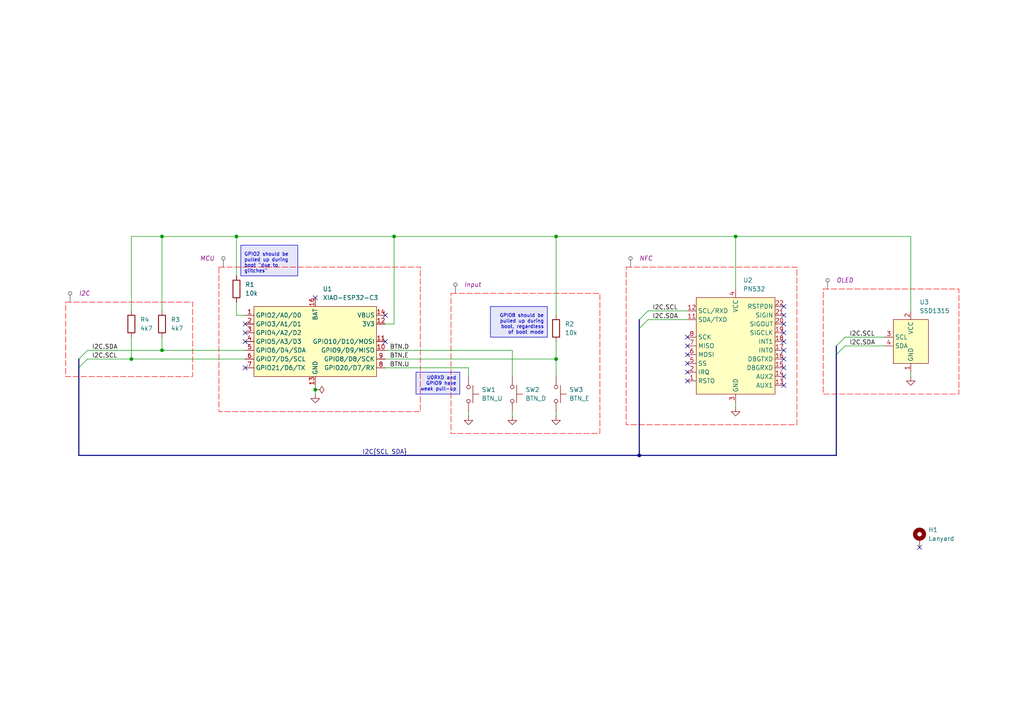
<source format=kicad_sch>
(kicad_sch (version 20250114) (generator "eeschema") (generator_version "9.0")
  (paper "A4")
  (title_block (title "Hack&Roll 2026 hardware badge NFC controller") (date "2025-12-23") (rev "v0.0.6") (company "NUS Hackers") (comment 1 "Developed by @yikjin and @Hackin7") (comment 2 "Licensed under CERN-OHL-P-2.0"))
  (lib_symbols
    (symbol "Device:R" (pin_numbers (hide yes)) (pin_names (offset 0))
      (property "Reference" "R" (at 2.032 0 90))
      (property "Value" "R" (at 0 0 90))
      (symbol "R_0_1"
        (rectangle (start -1.016 -2.54) (end 1.016 2.54) (stroke (width 0.254)))
      )
      (symbol "R_1_1"
        (pin passive line (at 0 3.81 270) (length 1.27) (name "~") (number "1"))
        (pin passive line (at 0 -3.81 90) (length 1.27) (name "~") (number "2"))
      )
    )
    (symbol "Mechanical:MountingHole_Pad" (pin_numbers (hide yes)) (pin_names (offset 1.016) (hide yes)) (in_bom no)
      (property "Reference" "H" (at 0 6.35 0))
      (property "Value" "MountingHole_Pad" (at 0 4.445 0))
      (symbol "MountingHole_Pad_0_1"
        (circle (center 0 1.27) (radius 1.27) (stroke (width 1.27)))
      )
      (symbol "MountingHole_Pad_1_1"
        (pin input line (at 0 -2.54 90) (length 2.54) (name "1") (number "1"))
      )
    )
    (symbol "Switch:SW_Push" (pin_numbers (hide yes)) (pin_names (offset 1.016) (hide yes))
      (property "Reference" "SW" (at 1.27 2.54 0))
      (property "Value" "SW_Push" (at 0 -1.524 0))
      (symbol "SW_Push_0_1"
        (circle (center -2.032 0) (radius 0.508))
        (polyline (pts (xy 0 1.27) (xy 0 3.048)))
        (circle (center 2.032 0) (radius 0.508))
        (polyline (pts (xy 2.54 1.27) (xy -2.54 1.27)))
        (pin passive line (at -5.08 0 0) (length 2.54) (name "1") (number "1"))
        (pin passive line (at 5.08 0 180) (length 2.54) (name "2") (number "2"))
      )
    )
    (symbol "hnr26-controller:NFC-PN532"
      (property "Reference" "U" (at 10.16 15.748 0))
      (property "Value" "PN532" (at 8.382 -16.002 0))
      (symbol "NFC-PN532_0_1"
        (rectangle (start -11.43 13.97) (end 11.43 -13.97) (fill (type background)))
      )
      (symbol "NFC-PN532_1_1"
        (pin bidirectional line (at -13.97 10.16 0) (length 2.54) (name "SCL/RXD") (number "12"))
        (pin bidirectional line (at -13.97 7.62 0) (length 2.54) (name "SDA/TXD") (number "11"))
        (pin bidirectional line (at -13.97 2.54 0) (length 2.54) (name "SCK") (number "8"))
        (pin bidirectional line (at -13.97 0 0) (length 2.54) (name "MISO") (number "7"))
        (pin bidirectional line (at -13.97 -2.54 0) (length 2.54) (name "MOSI") (number "6"))
        (pin bidirectional line (at -13.97 -5.08 0) (length 2.54) (name "SS") (number "5"))
        (pin bidirectional line (at -13.97 -7.62 0) (length 2.54) (name "IRQ") (number "2"))
        (pin bidirectional line (at -13.97 -10.16 0) (length 2.54) (name "RSTO") (number "1"))
        (pin power_in line (at 0 16.51 270) (length 2.54) (hide yes) (name "VCC") (number "10"))
        (pin power_in line (at 0 16.51 270) (length 2.54) (name "VCC") (number "4"))
        (pin power_in line (at 0 -16.51 90) (length 2.54) (name "GND") (number "3"))
        (pin power_in line (at 0 -16.51 90) (length 2.54) (hide yes) (name "GND") (number "9"))
        (pin bidirectional line (at 13.97 11.43 180) (length 2.54) (name "RSTPDN") (number "22"))
        (pin bidirectional line (at 13.97 8.89 180) (length 2.54) (name "SIGIN") (number "21"))
        (pin bidirectional line (at 13.97 6.35 180) (length 2.54) (name "SIGOUT") (number "20"))
        (pin bidirectional line (at 13.97 3.81 180) (length 2.54) (name "SIGCLK") (number "19"))
        (pin bidirectional line (at 13.97 1.27 180) (length 2.54) (name "INT1") (number "18"))
        (pin bidirectional line (at 13.97 -1.27 180) (length 2.54) (name "INT0") (number "17"))
        (pin bidirectional line (at 13.97 -3.81 180) (length 2.54) (name "DBGTXD") (number "16"))
        (pin bidirectional line (at 13.97 -6.35 180) (length 2.54) (name "DBGRXD") (number "15"))
        (pin bidirectional line (at 13.97 -8.89 180) (length 2.54) (name "AUX2") (number "14"))
        (pin bidirectional line (at 13.97 -11.43 180) (length 2.54) (name "AUX1") (number "13"))
      )
    )
    (symbol "hnr26-controller:OLED-SSD1315"
      (property "Reference" "U" (at 4.572 7.62 0))
      (property "Value" "SSD1315" (at 4.826 -8.128 0))
      (symbol "OLED-SSD1315_0_1"
        (rectangle (start -5.08 6.35) (end 5.08 -6.35) (fill (type background)))
      )
      (symbol "OLED-SSD1315_1_1"
        (pin bidirectional line (at -7.62 1.27 0) (length 2.54) (name "SCL") (number "3"))
        (pin bidirectional line (at -7.62 -1.27 0) (length 2.54) (name "SDA") (number "4"))
        (pin power_in line (at 0 8.89 270) (length 2.54) (name "VCC") (number "2"))
        (pin power_in line (at 0 -8.89 90) (length 2.54) (name "GND") (number "1"))
      )
    )
    (symbol "hnr26-controller:XIAO-ESP32-C3"
      (property "Reference" "U" (at 17.272 11.684 0))
      (property "Value" "XIAO-ESP32-C3" (at 10.668 -12.192 0))
      (symbol "XIAO-ESP32-C3_0_1"
        (rectangle (start -17.78 10.16) (end 17.78 -10.16) (fill (type background)))
      )
      (symbol "XIAO-ESP32-C3_1_1"
        (pin bidirectional line (at -20.32 7.62 0) (length 2.54) (name "GPIO2/A0/D0") (number "1"))
        (pin bidirectional line (at -20.32 5.08 0) (length 2.54) (name "GPIO3/A1/D1") (number "2"))
        (pin bidirectional line (at -20.32 2.54 0) (length 2.54) (name "GPIO4/A2/D2") (number "3"))
        (pin bidirectional line (at -20.32 0 0) (length 2.54) (name "GPIO5/A3/D3") (number "4"))
        (pin bidirectional line (at -20.32 -2.54 0) (length 2.54) (name "GPIO6/D4/SDA") (number "5"))
        (pin bidirectional line (at -20.32 -5.08 0) (length 2.54) (name "GPIO7/D5/SCL") (number "6"))
        (pin bidirectional line (at -20.32 -7.62 0) (length 2.54) (name "GPIO21/D6/TX") (number "7"))
        (pin power_in line (at 0 12.7 270) (length 2.54) (name "BAT") (number "16"))
        (pin power_in line (at 0 -12.7 90) (length 2.54) (name "GND") (number "13"))
        (pin input line (at 0 -12.7 90) (length 2.54) (hide yes) (name "GND") (number "15"))
        (pin input line (at 0 -12.7 90) (length 2.54) (hide yes) (name "GND") (number "17"))
        (pin power_out line (at 20.32 7.62 180) (length 2.54) (name "VBUS") (number "14"))
        (pin power_out line (at 20.32 5.08 180) (length 2.54) (name "3V3") (number "12"))
        (pin bidirectional line (at 20.32 0 180) (length 2.54) (name "GPIO10/D10/MOSI") (number "11"))
        (pin bidirectional line (at 20.32 -2.54 180) (length 2.54) (name "GPIO9/D9/MISO") (number "10"))
        (pin bidirectional line (at 20.32 -5.08 180) (length 2.54) (name "GPIO8/D8/SCK") (number "9"))
        (pin bidirectional line (at 20.32 -7.62 180) (length 2.54) (name "GPIO20/D7/RX") (number "8"))
      )
    )
    (symbol "power:GND" (power) (pin_numbers (hide yes)) (pin_names (offset 0) (hide yes))
      (property "Value" "GND" (at 0 -3.81 0))
      (symbol "GND_0_1"
        (polyline (pts (xy 0 0) (xy 0 -1.27) (xy 1.27 -1.27) (xy 0 -2.54) (xy -1.27 -1.27) (xy 0 -1.27)))
      )
      (symbol "GND_1_1"
        (pin power_in line (at 0 0 270) (length 0) (name "~") (number "1"))
      )
    )
    (symbol "power:PWR_FLAG" (power) (pin_numbers (hide yes)) (pin_names (offset 0) (hide yes))
      (property "Value" "PWR_FLAG" (at 0 3.81 0))
      (symbol "PWR_FLAG_0_0"
        (pin power_out line (at 0 0 90) (length 0) (name "~") (number "1"))
      )
      (symbol "PWR_FLAG_0_1"
        (polyline (pts (xy 0 0) (xy 0 1.27) (xy -1.016 1.905) (xy 0 2.54) (xy 1.016 1.905) (xy 0 1.27)))
      )
    )
  )
  (text_box "U0RXD and GPIO9 have weak pull-up" (at 120.65 107.95 0) (size 12.7 6.35) (margins 0.9525 0.9525 0.9525 0.9525) (fill (type color) (color 0 0 194 0.1)) (effects (font (size 1 1)) (justify right top)))
  (text_box "GPIO8 should be pulled up during boot, regardless of boot mode" (at 142.24 88.9 0) (size 16.51 8.89) (margins 0.9525 0.9525 0.9525 0.9525) (fill (type color) (color 0 0 194 0.1)) (effects (font (size 1 1)) (justify right bottom)))
  (text_box "GPIO2 should be pulled up during boot \"due to glitches\"" (at 69.85 71.12 0) (size 16.51 8.89) (margins 0.9525 0.9525 0.9525 0.9525) (fill (type color) (color 0 0 194 0.1)) (effects (font (size 1 1)) (justify left bottom)))
  (junction (at 161.29 68.58))
  (junction (at 161.29 104.14))
  (junction (at 68.58 68.58))
  (junction (at 91.44 113.03))
  (junction (at 46.99 101.6))
  (junction (at 114.3 68.58))
  (junction (at 185.42 132.08))
  (junction (at 46.99 68.58))
  (junction (at 38.1 104.14))
  (junction (at 213.36 68.58))
  (no_connect (at 71.12 96.52))
  (no_connect (at 111.76 99.06))
  (no_connect (at 227.33 106.68))
  (no_connect (at 227.33 104.14))
  (no_connect (at 91.44 86.36))
  (no_connect (at 227.33 96.52))
  (no_connect (at 227.33 111.76))
  (no_connect (at 71.12 106.68))
  (no_connect (at 199.39 97.79))
  (no_connect (at 111.76 91.44))
  (no_connect (at 266.7 158.75))
  (no_connect (at 71.12 93.98))
  (no_connect (at 227.33 93.98))
  (no_connect (at 199.39 110.49))
  (no_connect (at 227.33 99.06))
  (no_connect (at 199.39 100.33))
  (no_connect (at 227.33 91.44))
  (no_connect (at 199.39 107.95))
  (no_connect (at 199.39 105.41))
  (no_connect (at 71.12 99.06))
  (no_connect (at 227.33 88.9))
  (no_connect (at 227.33 109.22))
  (no_connect (at 227.33 101.6))
  (no_connect (at 199.39 102.87))
  (bus_entry (at 245.11 100.33) (size -2.54 2.54))
  (bus_entry (at 187.96 92.71) (size -2.54 2.54))
  (bus_entry (at 25.4 104.14) (size -2.54 2.54))
  (bus_entry (at 245.11 97.79) (size -2.54 2.54))
  (bus_entry (at 25.4 101.6) (size -2.54 2.54))
  (bus_entry (at 187.96 90.17) (size -2.54 2.54))
  (bus (pts (xy 22.86 132.08) (xy 185.42 132.08)))
  (wire (pts (xy 46.99 97.79) (xy 46.99 101.6)))
  (wire (pts (xy 161.29 68.58) (xy 161.29 91.44)))
  (wire (pts (xy 135.89 106.68) (xy 135.89 109.22)))
  (wire (pts (xy 161.29 109.22) (xy 161.29 104.14)))
  (wire (pts (xy 68.58 68.58) (xy 114.3 68.58)))
  (wire (pts (xy 91.44 114.3) (xy 91.44 113.03)))
  (bus (pts (xy 185.42 132.08) (xy 242.57 132.08)))
  (wire (pts (xy 245.11 97.79) (xy 256.54 97.79)))
  (wire (pts (xy 111.76 93.98) (xy 114.3 93.98)))
  (wire (pts (xy 213.36 68.58) (xy 264.16 68.58)))
  (wire (pts (xy 264.16 68.58) (xy 264.16 90.17)))
  (wire (pts (xy 46.99 101.6) (xy 71.12 101.6)))
  (wire (pts (xy 114.3 68.58) (xy 114.3 93.98)))
  (wire (pts (xy 114.3 68.58) (xy 161.29 68.58)))
  (wire (pts (xy 161.29 104.14) (xy 161.29 99.06)))
  (wire (pts (xy 135.89 106.68) (xy 111.76 106.68)))
  (wire (pts (xy 161.29 120.65) (xy 161.29 119.38)))
  (wire (pts (xy 187.96 90.17) (xy 199.39 90.17)))
  (wire (pts (xy 25.4 101.6) (xy 46.99 101.6)))
  (wire (pts (xy 111.76 104.14) (xy 161.29 104.14)))
  (bus (pts (xy 242.57 102.87) (xy 242.57 132.08)))
  (wire (pts (xy 213.36 118.11) (xy 213.36 116.84)))
  (bus (pts (xy 22.86 106.68) (xy 22.86 132.08)))
  (wire (pts (xy 187.96 92.71) (xy 199.39 92.71)))
  (bus (pts (xy 242.57 100.33) (xy 242.57 102.87)))
  (wire (pts (xy 148.59 120.65) (xy 148.59 119.38)))
  (wire (pts (xy 148.59 101.6) (xy 111.76 101.6)))
  (wire (pts (xy 38.1 97.79) (xy 38.1 104.14)))
  (wire (pts (xy 38.1 90.17) (xy 38.1 68.58)))
  (wire (pts (xy 71.12 91.44) (xy 68.58 91.44)))
  (wire (pts (xy 135.89 120.65) (xy 135.89 119.38)))
  (bus (pts (xy 185.42 95.25) (xy 185.42 132.08)))
  (wire (pts (xy 68.58 91.44) (xy 68.58 87.63)))
  (wire (pts (xy 46.99 68.58) (xy 46.99 90.17)))
  (wire (pts (xy 91.44 113.03) (xy 91.44 111.76)))
  (wire (pts (xy 38.1 68.58) (xy 46.99 68.58)))
  (wire (pts (xy 68.58 80.01) (xy 68.58 68.58)))
  (wire (pts (xy 213.36 68.58) (xy 213.36 83.82)))
  (wire (pts (xy 25.4 104.14) (xy 38.1 104.14)))
  (bus (pts (xy 22.86 104.14) (xy 22.86 106.68)))
  (wire (pts (xy 38.1 104.14) (xy 71.12 104.14)))
  (wire (pts (xy 264.16 109.22) (xy 264.16 107.95)))
  (wire (pts (xy 148.59 101.6) (xy 148.59 109.22)))
  (wire (pts (xy 46.99 68.58) (xy 68.58 68.58)))
  (bus (pts (xy 185.42 92.71) (xy 185.42 95.25)))
  (wire (pts (xy 161.29 68.58) (xy 213.36 68.58)))
  (wire (pts (xy 245.11 100.33) (xy 256.54 100.33)))
  (label "BTN.U" (at 113.03 106.68 0))
  (label "I2C.SCL" (at 246.38 97.79 0))
  (label "I2C.SCL" (at 189.23 90.17 0))
  (label "I2C.SDA" (at 189.23 92.71 0))
  (label "I2C.SCL" (at 26.67 104.14 0))
  (label "I2C.SDA" (at 26.67 101.6 0))
  (label "I2C{SCL SDA}" (at 118.11 132.08 180))
  (label "BTN.D" (at 113.03 101.6 0))
  (label "I2C.SDA" (at 246.38 100.33 0))
  (label "BTN.E" (at 113.03 104.14 0))
  (rule_area (polyline (pts (xy 63.5 77.47) (xy 121.92 77.47) (xy 121.92 119.38) (xy 63.5 119.38)) (stroke (width 0) (type dash))))
  (rule_area (polyline (pts (xy 181.61 77.47) (xy 231.14 77.47) (xy 231.14 123.19) (xy 181.61 123.19)) (stroke (width 0) (type dash))))
  (rule_area (polyline (pts (xy 130.81 85.09) (xy 173.99 85.09) (xy 173.99 125.73) (xy 130.81 125.73)) (stroke (width 0) (type dash))))
  (rule_area (polyline (pts (xy 19.05 87.63) (xy 55.88 87.63) (xy 55.88 109.22) (xy 19.05 109.22)) (stroke (width 0) (type dash))))
  (rule_area (polyline (pts (xy 238.76 83.82) (xy 278.13 83.82) (xy 278.13 114.3) (xy 238.76 114.3)) (stroke (width 0) (type dash))))
  (netclass_flag "" (length 2.54) (shape round) (at 240.03 83.82 0) (property "Component Class" "OLED" (at 242.57 81.28 0) (effects (font (italic yes)) (justify left))))
  (netclass_flag "" (length 2.54) (shape round) (at 64.77 77.47 0) (property "Component Class" "MCU" (at 62.23 74.93 0) (effects (font (italic yes)) (justify right))))
  (netclass_flag "" (length 2.54) (shape round) (at 182.88 77.47 0) (property "Component Class" "NFC" (at 185.42 74.93 0) (effects (font (italic yes)) (justify left))))
  (netclass_flag "" (length 2.54) (shape round) (at 132.08 85.09 0) (property "Component Class" "Input" (at 134.62 82.55 0) (effects (font (italic yes)) (justify left))))
  (netclass_flag "" (length 2.54) (shape round) (at 20.32 87.63 0) (property "Component Class" "I2C" (at 22.86 85.09 0) (effects (font (italic yes)) (justify left))))
  (symbol (lib_id "power:GND") (at 161.29 120.65 0) (unit 1)
    (property "Reference" "#PWR04" (effects (hide yes)))
    (property "Value" "GND" (effects (hide yes)))
    (property "Description" "Power symbol creates a global label with name \"GND\" , ground" (effects (hide yes)))
  )
  (symbol (lib_id "Mechanical:MountingHole_Pad") (at 266.7 156.21 0) (unit 1) (in_bom no)
    (property "Reference" "H1" (at 269.24 153.6699 0) (effects (justify left)))
    (property "Value" "Lanyard" (at 269.24 156.2099 0) (effects (justify left)))
    (property "Footprint" "MountingHole:MountingHole_3.2mm_M3_Pad_Via" (effects (hide yes)))
    (property "Description" "Mounting Hole with connection" (effects (hide yes)))
  )
  (symbol (lib_id "power:PWR_FLAG") (at 91.44 113.03 270) (unit 1)
    (property "Reference" "#FLG01" (effects (hide yes)))
    (property "Value" "PWR_FLAG" (effects (hide yes)))
    (property "Description" "Special symbol for telling ERC where power comes from" (effects (hide yes)))
  )
  (symbol (lib_id "power:GND") (at 264.16 109.22 0) (unit 1)
    (property "Reference" "#PWR06" (effects (hide yes)))
    (property "Value" "GND" (effects (hide yes)))
    (property "Description" "Power symbol creates a global label with name \"GND\" , ground" (effects (hide yes)))
  )
  (symbol (lib_id "power:GND") (at 91.44 114.3 0) (unit 1)
    (property "Reference" "#PWR01" (effects (hide yes)))
    (property "Value" "GND" (effects (hide yes)))
    (property "Description" "Power symbol creates a global label with name \"GND\" , ground" (effects (hide yes)))
  )
  (symbol (lib_id "Switch:SW_Push") (at 148.59 114.3 270) (unit 1)
    (property "Reference" "SW2" (at 152.4 113.0299 90) (effects (justify left)))
    (property "Value" "BTN_D" (at 152.4 115.5699 90) (effects (justify left)))
    (property "Footprint" "Button_Switch_THT:SW_PUSH_6mm" (effects (hide yes)))
    (property "Description" "Push button switch, generic, two pins" (effects (hide yes)))
  )
  (symbol (lib_id "Switch:SW_Push") (at 161.29 114.3 270) (unit 1)
    (property "Reference" "SW3" (at 165.1 113.0299 90) (effects (justify left)))
    (property "Value" "BTN_E" (at 165.1 115.5699 90) (effects (justify left)))
    (property "Footprint" "Button_Switch_THT:SW_PUSH_6mm" (effects (hide yes)))
    (property "Description" "Push button switch, generic, two pins" (effects (hide yes)))
  )
  (symbol (lib_id "Device:R") (at 68.58 83.82 0) (unit 1)
    (property "Reference" "R1" (at 71.12 82.5499 0) (effects (justify left)))
    (property "Value" "10k" (at 71.12 85.0899 0) (effects (justify left)))
    (property "Footprint" "Resistor_THT:R_Axial_DIN0207_L6.3mm_D2.5mm_P10.16mm_Horizontal" (effects (hide yes)))
    (property "Description" "Resistor" (effects (hide yes)))
  )
  (symbol (lib_id "hnr26-controller:NFC-PN532") (at 213.36 100.33 0) (unit 1)
    (property "Reference" "U2" (at 215.5209 81.28 0) (effects (justify left)))
    (property "Value" "PN532" (at 215.5209 83.82 0) (effects (justify left)))
    (property "Footprint" "hnr26-controller:NFC_PN532_Module" (effects (hide yes)))
    (property "Datasheet" "https://www.elechouse.com/elechouse/images/product/PN532_module_V3/PN532_%20Manual_V3.pdf" (effects (hide yes)))
    (property "Description" "NFC PN532 module" (effects (hide yes)))
  )
  (symbol (lib_id "hnr26-controller:XIAO-ESP32-C3") (at 91.44 99.06 0) (unit 1)
    (property "Reference" "U1" (at 93.6009 83.82 0) (effects (justify left)))
    (property "Value" "XIAO-ESP32-C3" (at 93.6009 86.36 0) (effects (justify left)))
    (property "Footprint" "hnr26-controller:MCU_Seeed_ESP32C3" (effects (hide yes)))
    (property "Datasheet" "https://wiki.seeedstudio.com/XIAO_ESP32C3_Getting_Started/" (effects (hide yes)))
    (property "Description" "Seeed Studio XIAO ESP32C3" (effects (hide yes)))
  )
  (symbol (lib_id "Switch:SW_Push") (at 135.89 114.3 270) (unit 1)
    (property "Reference" "SW1" (at 139.7 113.0299 90) (effects (justify left)))
    (property "Value" "BTN_U" (at 139.7 115.5699 90) (effects (justify left)))
    (property "Footprint" "Button_Switch_THT:SW_PUSH_6mm" (effects (hide yes)))
    (property "Description" "Push button switch, generic, two pins" (effects (hide yes)))
  )
  (symbol (lib_id "power:GND") (at 148.59 120.65 0) (unit 1)
    (property "Reference" "#PWR03" (effects (hide yes)))
    (property "Value" "GND" (effects (hide yes)))
    (property "Description" "Power symbol creates a global label with name \"GND\" , ground" (effects (hide yes)))
  )
  (symbol (lib_id "power:GND") (at 135.89 120.65 0) (unit 1)
    (property "Reference" "#PWR02" (effects (hide yes)))
    (property "Value" "GND" (effects (hide yes)))
    (property "Description" "Power symbol creates a global label with name \"GND\" , ground" (effects (hide yes)))
  )
  (symbol (lib_id "Device:R") (at 38.1 93.98 0) (unit 1)
    (property "Reference" "R4" (at 40.64 92.7099 0) (effects (justify left)))
    (property "Value" "4k7" (at 40.64 95.2499 0) (effects (justify left)))
    (property "Footprint" "Resistor_SMD:R_0805_2012Metric_Pad1.20x1.40mm_HandSolder" (effects (hide yes)))
    (property "Description" "Resistor" (effects (hide yes)))
  )
  (symbol (lib_id "Device:R") (at 46.99 93.98 0) (unit 1)
    (property "Reference" "R3" (at 49.53 92.7099 0) (effects (justify left)))
    (property "Value" "4k7" (at 49.53 95.2499 0) (effects (justify left)))
    (property "Footprint" "Resistor_SMD:R_0805_2012Metric_Pad1.20x1.40mm_HandSolder" (effects (hide yes)))
    (property "Description" "Resistor" (effects (hide yes)))
  )
  (symbol (lib_id "power:GND") (at 213.36 118.11 0) (unit 1)
    (property "Reference" "#PWR05" (effects (hide yes)))
    (property "Value" "GND" (effects (hide yes)))
    (property "Description" "Power symbol creates a global label with name \"GND\" , ground" (effects (hide yes)))
  )
  (symbol (lib_id "Device:R") (at 161.29 95.25 0) (unit 1)
    (property "Reference" "R2" (at 163.83 93.9799 0) (effects (justify left)))
    (property "Value" "10k" (at 163.83 96.5199 0) (effects (justify left)))
    (property "Footprint" "Resistor_THT:R_Axial_DIN0207_L6.3mm_D2.5mm_P10.16mm_Horizontal" (effects (hide yes)))
    (property "Description" "Resistor" (effects (hide yes)))
  )
  (symbol (lib_id "hnr26-controller:OLED-SSD1315") (at 264.16 99.06 0) (unit 1)
    (property "Reference" "U3" (at 266.7 87.63 0) (effects (justify left)))
    (property "Value" "SSD1315" (at 266.7 90.17 0) (effects (justify left)))
    (property "Footprint" "hnr26-controller:OLED_SSD1315_I2C_0.96in" (effects (hide yes)))
    (property "Description" "OLED SSD1315 I2C module" (effects (hide yes)))
  )
)
</source>
